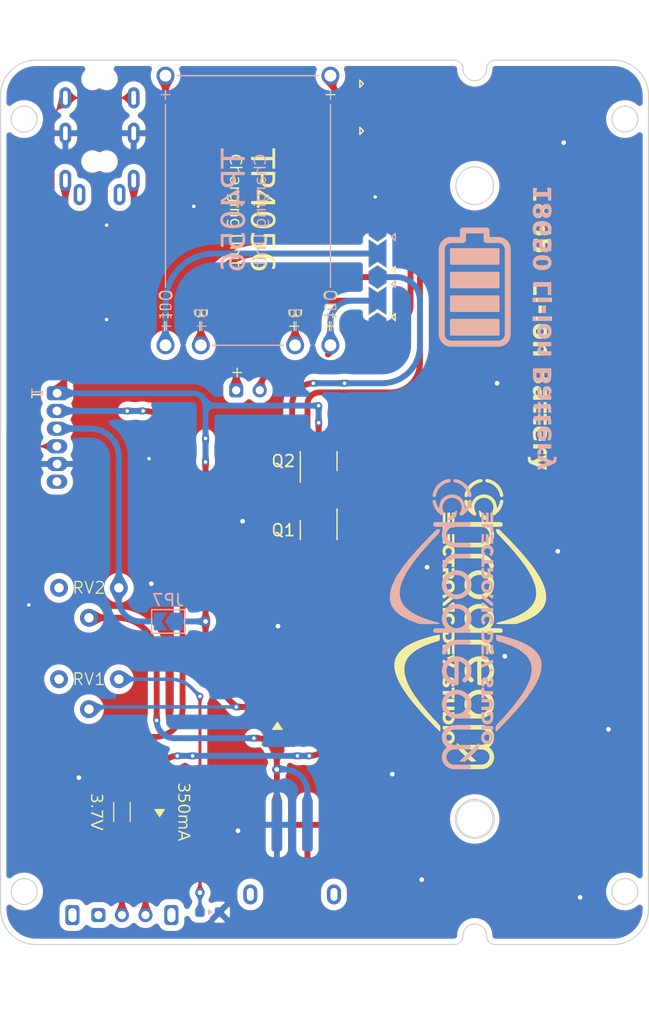
<source format=kicad_pcb>
(kicad_pcb (version 20221018) (generator pcbnew)
  (layers (0 "F.Cu" signal) (31 "B.Cu" signal) (34 "B.Paste" user) (35 "F.Paste" user) (36 "B.SilkS" user "B.Silkscreen") (37 "F.SilkS" user "F.Silkscreen") (38 "B.Mask" user) (39 "F.Mask" user) (44 "Edge.Cuts" user))
  (net 0 "")
  (net 1 "/Charging")
  (net 2 "GND")
  (net 3 "+5V")
  (net 4 "Net-(D3-A)")
  (net 5 "Net-(SW1-B)")
  (net 6 "/Bat+")
  (net 7 "/data")
  (net 10 "/FlexLED")
  (net 12 "/B+")
  (net 13 "/B-")
  (net 16 "/OUT+")
  (net 17 "/IN+")
  (net 18 "Net-(JP1-C)")
  (net 19 "Net-(JP2-C)")
  (net 20 "Net-(JP3-C)")
  (net 21 "Net-(JP4-C)")
  (net 22 "Net-(JP6-C)")
  (net 23 "Net-(D1-K)")
  (net 24 "Net-(D1-A)")
  (net 25 "Net-(JP5-C)")
  (footprint "Ultramarine-2:SOD-123" (layer "F.Cu") (at 148.5 106.55)
    (fp_text reference "D2" hide)
    (fp_text value "D" hide)
    (pad "1" smd roundrect (at 0 -1.7 270) (size 1.2 1.2) (layers "F.Cu" "F.Paste" "F.Mask") (net 3 "+5V"))
    (pad "2" smd roundrect (at 0 1.7 270) (size 1.2 1.2) (layers "F.Cu" "F.Paste" "F.Mask") (net 1 "/Charging"))
  )
  (footprint "Ultramarine-2:LED1608" (layer "F.Cu") (at 142.75 122.25 180)
    (fp_text reference "D3" hide)
    (fp_text value "Power (WH)")
    (pad "1" smd roundrect (at -0.825 0 180) (size 0.8 0.8) (layers "F.Cu" "F.Paste" "F.Mask") (net 2 "GND"))
    (pad "1" smd roundrect (at -0.825 0 180) (size 0.8 0.8) (layers "B.Cu" "B.Paste" "B.Mask") (net 2 "GND"))
    (pad "2" smd roundrect (at 0.825 0 180) (size 0.8 0.8) (layers "F.Cu" "F.Paste" "F.Mask") (net 4 "Net-(D3-A)"))
    (pad "2" smd roundrect (at 0.825 0 180) (size 0.8 0.8) (layers "B.Cu" "B.Paste" "B.Mask") (net 4 "Net-(D3-A)"))
  )
  (footprint "Ultramarine-2:TP4056" (layer "F.Cu") (at 146 62.75)
    (fp_text reference "U1" hide)
    (fp_text value "~")
    (fp_text user "TP4056" (at 1.1 0 270 unlocked) (layer "F.SilkS") (effects (font (size 2 2) (thickness 0.1))))
    (fp_text user "Out-" (at -7 10.5 270 unlocked) (layer "F.SilkS") (effects (font (thickness 0.1)) (justify right)))
    (fp_text user "Charging Unit" (at -1.1 0 270 unlocked) (layer "F.SilkS") (effects (font (thickness 0.1))))
    (fp_text user "-" (at -6.93 -9.8 270 unlocked) (layer "F.SilkS") (effects (font (thickness 0.1))))
    (fp_text user "B-" (at -4 10.5 270 unlocked) (layer "F.SilkS") (effects (font (thickness 0.1)) (justify right)))
    (fp_text user "Out+" (at 7 10.5 270 unlocked) (layer "F.SilkS") (effects (font (thickness 0.1)) (justify right)))
    (fp_text user "B+" (at 4 10.5 270 unlocked) (layer "F.SilkS") (effects (font (thickness 0.1)) (justify right)))
    (fp_text user "+" (at 7 -9.9 unlocked) (layer "F.SilkS") (effects (font (thickness 0.1))))
    (pad "1" thru_hole circle (at 7 -11.43) (size 1.524 1.524) (drill 1) (layers "*.Cu" "*.Mask") (net 19 "Net-(JP2-C)"))
    (pad "2" thru_hole circle (at -7 -11.43) (size 1.524 1.524) (drill 1) (layers "*.Cu" "*.Mask") (net 25 "Net-(JP5-C)"))
    (pad "3" thru_hole circle (at 7 11.43) (size 1.524 1.524) (drill 1) (layers "*.Cu" "*.Mask") (net 22 "Net-(JP6-C)"))
    (pad "4" thru_hole circle (at 4 11.43) (size 1.524 1.524) (drill 1) (layers "*.Cu" "*.Mask") (net 18 "Net-(JP1-C)"))
    (pad "5" thru_hole circle (at -4 11.43) (size 1.524 1.524) (drill 1) (layers "*.Cu" "*.Mask") (net 20 "Net-(JP3-C)"))
    (pad "6" thru_hole circle (at -7 11.43) (size 1.524 1.524) (drill 1) (layers "*.Cu" "*.Mask") (net 21 "Net-(JP4-C)"))
  )
  (footprint "Ultramarine-2:SOD-123" (layer "F.Cu") (at 138.5 113.75 180)
    (fp_text reference "D1" hide)
    (fp_text value "-0.7V" hide)
    (pad "1" smd roundrect (at 0 -1.7 90) (size 1.2 1.2) (layers "F.Cu" "F.Paste" "F.Mask") (net 23 "Net-(D1-K)"))
    (pad "2" smd roundrect (at 0 1.7 90) (size 1.2 1.2) (layers "F.Cu" "F.Paste" "F.Mask") (net 24 "Net-(D1-A)"))
  )
  (footprint "Ultramarine-2:MF-NSMF" (layer "F.Cu") (at 135.3 113.75 90)
    (fp_text reference "F1" hide)
    (fp_text value "350mA")
    (fp_text user "3.7V" (at 0 -2.2 270 unlocked) (layer "F.SilkS") (effects (font (thickness 0.1))))
    (fp_text user "350mA" (at 0 5.2 270 unlocked) (layer "F.SilkS") (effects (font (thickness 0.1))))
    (pad "1" smd roundrect (at -1.5 0 90) (size 1 1.6) (layers "F.Cu" "F.Paste" "F.Mask") (net 5 "Net-(SW1-B)"))
    (pad "2" smd roundrect (at 1.5 0 90) (size 1 1.6) (layers "F.Cu" "F.Paste" "F.Mask") (net 6 "/Bat+"))
  )
  (footprint "Ultramarine-2:Jumper 3pin" (layer "F.Cu") (at 157 70.4 90)
    (fp_text reference "JP1" hide)
    (fp_text value "OUT+ Jumper")
    (pad "1" smd custom (at -2 0 90) (size 0.3 0.3) (layers "F.Cu" "F.Mask") (net 13 "/B-") (options (clearance outline) (anchor rect)) (primitives (gr_poly (pts (xy 1 0) (xy 0.5 0.75) (xy -0.5 0.75) (xy -0.5 -0.75) (xy 0.5 -0.75)) (width 0) (fill yes))))
    (pad "2" smd custom (at 0 0 90) (size 0.3 0.3) (layers "F.Cu") (net 18 "Net-(JP1-C)") (options (clearance outline) (anchor rect)) (primitives (gr_poly (pts (xy 0.7 0) (xy 1.2 0.75) (xy -1.2 0.75) (xy -0.7 0) (xy -1.2 -0.75) (xy 1.2 -0.75)) (width 0) (fill yes))))
    (pad "3" smd custom (at 2 0 270) (size 0.3 0.3) (layers "F.Cu" "F.Mask") (net 12 "/B+") (options (clearance outline) (anchor rect)) (primitives (gr_poly (pts (xy 1 0) (xy 0.5 0.75) (xy -0.5 0.75) (xy -0.5 -0.75) (xy 0.5 -0.75)) (width 0) (fill yes))))
  )
  (footprint "Ultramarine-2:Micro_USB_Charging" (layer "F.Cu") (at 149.75 120.75)
    (fp_text reference "BT2" hide)
    (fp_text value "Qi Charging Unit")
    (pad "" thru_hole oval (at -3.55 0) (size 1.2 1.7) (drill oval 0.6 1.1) (layers "*.Cu" "*.Mask"))
    (pad "" thru_hole oval (at 3.55 0) (size 1.2 1.7) (drill oval 0.6 1.1) (layers "*.Cu" "*.Mask"))
    (pad "1" smd roundrect (at -1.3 -5.9) (size 0.9 4.5) (layers "F.Cu" "F.Mask") (net 1 "/Charging"))
    (pad "1" smd roundrect (at 1.3 -5.9) (size 0.9 4.5) (layers "B.Cu" "B.Mask") (net 1 "/Charging"))
    (pad "2" smd roundrect (at -1.3 -5.9) (size 0.9 4.5) (layers "B.Cu" "B.Mask") (net 2 "GND"))
    (pad "2" smd roundrect (at 1.3 -5.9) (size 0.9 4.5) (layers "F.Cu" "F.Mask") (net 2 "GND"))
  )
  (footprint "Ultramarine-2:SK-12D11VG3" (layer "F.Cu") (at 135.3 122.5)
    (fp_text reference "SW1" hide)
    (fp_text value "Slide")
    (pad "" thru_hole roundrect (at -4.2 0) (size 1.2 1.7) (drill oval 0.7 1.2) (layers "*.Cu" "*.Mask"))
    (pad "" thru_hole roundrect (at 4.2 0) (size 1.2 1.7) (drill oval 0.7 1.2) (layers "*.Cu" "*.Mask"))
    (pad "1" thru_hole roundrect (at -2 0) (size 1.2 1.2) (drill 0.7) (layers "*.Cu" "*.Mask"))
    (pad "2" thru_hole circle (at 0 0) (size 1.2 1.2) (drill 0.7) (layers "*.Cu" "*.Mask") (net 5 "Net-(SW1-B)"))
    (pad "3" thru_hole circle (at 2 0) (size 1.2 1.2) (drill 0.7) (layers "*.Cu" "*.Mask") (net 23 "Net-(D1-K)"))
  )
  (footprint "Ultramarine-2:R_variable" (layer "F.Cu") (at 132.5 102.5)
    (fp_text reference "RV1" (at 0 0 unlocked) (layer "F.SilkS") (effects (font (thickness 0.1))))
    (fp_text value "10K")
    (pad "1" thru_hole circle (at -2.54 0) (size 1.524 1.524) (drill 0.8) (layers "*.Cu" "*.Mask"))
    (pad "2" thru_hole circle (at 0 2.54) (size 1.524 1.524) (drill 0.8) (layers "*.Cu" "*.Mask") (net 3 "+5V"))
    (pad "3" thru_hole circle (at 2.54 0) (size 1.524 1.524) (drill 0.8) (layers "*.Cu" "*.Mask") (net 4 "Net-(D3-A)"))
  )
  (footprint "Package_TO_SOT_SMD:SOT-23-3" (layer "F.Cu") (at 152 84 90)
    (fp_text reference "Q2" (at 0 -3) (layer "F.SilkS"))
    (fp_text value "SSM3J332R")
    (pad "1" smd roundrect (at -1.1375 -0.95 90) (size 1.325 0.6) (layers "F.Cu" "F.Paste" "F.Mask") (net 17 "/IN+"))
    (pad "2" smd roundrect (at -1.1375 0.95 90) (size 1.325 0.6) (layers "F.Cu" "F.Paste" "F.Mask") (net 24 "Net-(D1-A)"))
    (pad "3" smd roundrect (at 1.1375 0 90) (size 1.325 0.6) (layers "F.Cu" "F.Paste" "F.Mask") (net 3 "+5V"))
  )
  (footprint "Package_TO_SOT_SMD:SOT-23-3" (layer "F.Cu") (at 152 89.8625 -90)
    (fp_text reference "Q1" (at 0 3) (layer "F.SilkS"))
    (fp_text value "SSM3J332R")
    (pad "1" smd roundrect (at -1.1375 -0.95 270) (size 1.325 0.6) (layers "F.Cu" "F.Paste" "F.Mask") (net 24 "Net-(D1-A)"))
    (pad "2" smd roundrect (at -1.1375 0.95 270) (size 1.325 0.6) (layers "F.Cu" "F.Paste" "F.Mask") (net 17 "/IN+"))
    (pad "3" smd roundrect (at 1.1375 0 270) (size 1.325 0.6) (layers "F.Cu" "F.Paste" "F.Mask") (net 16 "/OUT+"))
  )
  (footprint "Ultramarine-2:Chrodream_logo" (layer "F.Cu") (at 165.2 97.91 -90)
    (fp_text reference "G***" hide)
    (fp_text value "LOGO" hide)
  )
  (footprint "Ultramarine-2:MJ-4PP-9" (layer "F.Cu") (at 134 50)
    (fp_text reference "J2" hide)
    (fp_text value "TRRS")
    (pad "" np_thru_hole circle (at -1.2 1.6) (size 1.4 1.4) (drill 1.4) (layers "F&B.Cu" "*.Mask"))
    (pad "" np_thru_hole circle (at -1.2 8.6) (size 1.4 1.4) (drill 1.4) (layers "F&B.Cu" "*.Mask"))
    (pad "" np_thru_hole circle (at 0 1.6) (size 1.4 1.4) (drill 1.4) (layers "F&B.Cu" "*.Mask"))
    (pad "" np_thru_hole circle (at 0 8.6) (size 1.4 1.4) (drill 1.4) (layers "F&B.Cu" "*.Mask"))
    (pad "1" thru_hole oval (at -2.3 11.4) (size 1 1.8) (drill oval 0.4 1.2) (layers "*.Cu" "*.Mask"))
    (pad "1" thru_hole oval (at 1.1 11.4) (size 1 1.8) (drill oval 0.4 1.2) (layers "*.Cu" "*.Mask"))
    (pad "2" thru_hole oval (at -3.5 10.2) (size 1 1.8) (drill oval 0.4 1.2) (layers "*.Cu" "*.Mask") (net 3 "+5V"))
    (pad "2" thru_hole oval (at 2.3 10.2) (size 1 1.8) (drill oval 0.4 1.2) (layers "*.Cu" "*.Mask") (net 3 "+5V"))
    (pad "3" thru_hole oval (at -3.5 6.2) (size 1 1.8) (drill oval 0.4 1.2) (layers "*.Cu" "*.Mask") (net 2 "GND"))
    (pad "3" thru_hole oval (at 2.3 6.2) (size 1 1.8) (drill oval 0.4 1.2) (layers "*.Cu" "*.Mask") (net 2 "GND"))
    (pad "4" thru_hole oval (at -3.5 3.2) (size 1 1.8) (drill oval 0.4 1.2) (layers "*.Cu" "*.Mask") (net 7 "/data"))
    (pad "4" thru_hole oval (at 2.3 3.2) (size 1 1.8) (drill oval 0.4 1.2) (layers "*.Cu" "*.Mask") (net 7 "/data"))
  )
  (footprint "Ultramarine-2:Jumper 3pin" (layer "F.Cu") (at 156.995 53.4 -90)
    (fp_text reference "JP2" hide)
    (fp_text value "IN+ Jumper")
    (pad "1" smd custom (at -2 0 270) (size 0.3 0.3) (layers "F.Cu" "F.Mask") (net 2 "GND") (options (clearance outline) (anchor rect)) (primitives (gr_poly (pts (xy 1 0) (xy 0.5 0.75) (xy -0.5 0.75) (xy -0.5 -0.75) (xy 0.5 -0.75)) (width 0) (fill yes))))
    (pad "2" smd custom (at 0 0 270) (size 0.3 0.3) (layers "F.Cu") (net 19 "Net-(JP2-C)") (options (clearance outline) (anchor rect)) (primitives (gr_poly (pts (xy 0.7 0) (xy 1.2 0.75) (xy -1.2 0.75) (xy -0.7 0) (xy -1.2 -0.75) (xy 1.2 -0.75)) (width 0) (fill yes))))
    (pad "3" smd custom (at 2 0 90) (size 0.3 0.3) (layers "F.Cu" "F.Mask") (net 17 "/IN+") (options (clearance outline) (anchor rect)) (primitives (gr_poly (pts (xy 1 0) (xy 0.5 0.75) (xy -0.5 0.75) (xy -0.5 -0.75) (xy 0.5 -0.75)) (width 0) (fill yes))))
  )
  (footprint "Ultramarine-2:Battery" (layer "F.Cu") (at 146 78)
    (fp_text reference "BT1" hide)
    (fp_text value "LiPo/18650")
    (fp_text user "+" (at -1.6 -1 unlocked) (layer "F.SilkS") (effects (font (thickness 0.1)) (justify left bottom)))
    (pad "1" thru_hole roundrect (at -1 0) (size 1.2 1.2) (drill 0.7) (layers "*.Cu" "*.Mask") (net 12 "/B+"))
    (pad "2" thru_hole circle (at 1 0) (size 1.2 1.2) (drill 0.7) (layers "*.Cu" "*.Mask") (net 13 "/B-"))
  )
  (footprint "Ultramarine-2:JST_ZH_6" (layer "F.Cu") (at 129.8 82 -90)
    (fp_text reference "J1" hide)
    (fp_text value "Generic_connector" hide)
    (fp_text user "1" (at -3.4 2.37 -90 unlocked) (layer "B.SilkS") (effects (font (thickness 0.1)) (justify left bottom mirror)))
    (fp_text user "1" (at -4.1 2.37 -90 unlocked) (layer "F.SilkS") (effects (font (thickness 0.1)) (justify left bottom)))
    (pad "1" thru_hole roundrect (at -3.75 0 270) (size 1.2 1.75) (drill 0.75) (layers "*.Cu" "*.Mask") (net 3 "+5V"))
    (pad "2" thru_hole oval (at -2.25 0.02 270) (size 1.2 1.75) (drill 0.75) (layers "*.Cu" "*.Mask") (net 6 "/Bat+"))
    (pad "3" thru_hole oval (at -0.75 0 270) (size 1.2 1.75) (drill 0.75) (layers "*.Cu" "*.Mask") (net 10 "/FlexLED"))
    (pad "4" thru_hole oval (at 0.75 0.02 270) (size 1.2 1.75) (drill 0.75) (layers "*.Cu" "*.Mask") (net 7 "/data"))
    (pad "5" thru_hole oval (at 2.25 0 270) (size 1.2 1.75) (drill 0.75) (layers "*.Cu" "*.Mask") (net 2 "GND"))
    (pad "6" thru_hole oval (at 3.75 0.02 270) (size 1.2 1.75) (drill 0.75) (layers "*.Cu" "*.Mask"))
  )
  (footprint "Ultramarine-2:Jumper 3pin" (layer "F.Cu") (at 157 57.4 -90)
    (fp_text reference "JP5" hide)
    (fp_text value "~")
    (pad "1" smd custom (at -2 0 270) (size 0.3 0.3) (layers "F.Cu" "F.Mask") (net 17 "/IN+") (options (clearance outline) (anchor rect)) (primitives (gr_poly (pts (xy 1 0) (xy 0.5 0.75) (xy -0.5 0.75) (xy -0.5 -0.75) (xy 0.5 -0.75)) (width 0) (fill yes))))
    (pad "2" smd custom (at 0 0 270) (size 0.3 0.3) (layers "F.Cu") (net 25 "Net-(JP5-C)") (options (clearance outline) (anchor rect)) (primitives (gr_poly (pts (xy 0.7 0) (xy 1.2 0.75) (xy -1.2 0.75) (xy -0.7 0) (xy -1.2 -0.75) (xy 1.2 -0.75)) (width 0) (fill yes))))
    (pad "3" smd custom (at 2 0 90) (size 0.3 0.3) (layers "F.Cu" "F.Mask") (net 2 "GND") (options (clearance outline) (anchor rect)) (primitives (gr_poly (pts (xy 1 0) (xy 0.5 0.75) (xy -0.5 0.75) (xy -0.5 -0.75) (xy 0.5 -0.75)) (width 0) (fill yes))))
  )
  (footprint "Ultramarine-2:Jumper 3pin" (layer "F.Cu") (at 157 66.4 90)
    (fp_text reference "JP3" hide)
    (fp_text value "~")
    (pad "1" smd custom (at -2 0 90) (size 0.3 0.3) (layers "F.Cu" "F.Mask") (net 12 "/B+") (options (clearance outline) (anchor rect)) (primitives (gr_poly (pts (xy 1 0) (xy 0.5 0.75) (xy -0.5 0.75) (xy -0.5 -0.75) (xy 0.5 -0.75)) (width 0) (fill yes))))
    (pad "2" smd custom (at 0 0 90) (size 0.3 0.3) (layers "F.Cu") (net 20 "Net-(JP3-C)") (options (clearance outline) (anchor rect)) (primitives (gr_poly (pts (xy 0.7 0) (xy 1.2 0.75) (xy -1.2 0.75) (xy -0.7 0) (xy -1.2 -0.75) (xy 1.2 -0.75)) (width 0) (fill yes))))
    (pad "3" smd custom (at 2 0 270) (size 0.3 0.3) (layers "F.Cu" "F.Mask") (net 13 "/B-") (options (clearance outline) (anchor rect)) (primitives (gr_poly (pts (xy 1 0) (xy 0.5 0.75) (xy -0.5 0.75) (xy -0.5 -0.75) (xy 0.5 -0.75)) (width 0) (fill yes))))
  )
  (footprint "Ultramarine-2:R_variable" (layer "F.Cu") (at 132.5 94.75)
    (fp_text reference "RV2" (at 0 0 unlocked) (layer "F.SilkS") (effects (font (thickness 0.1))))
    (fp_text value "10K")
    (pad "1" thru_hole circle (at -2.54 0) (size 1.524 1.524) (drill 0.8) (layers "*.Cu" "*.Mask"))
    (pad "2" thru_hole circle (at 0 2.54) (size 1.524 1.524) (drill 0.8) (layers "*.Cu" "*.Mask") (net 1 "/Charging"))
    (pad "3" thru_hole circle (at 2.54 0) (size 1.524 1.524) (drill 0.8) (layers "*.Cu" "*.Mask") (net 10 "/FlexLED"))
  )
  (footprint "Ultramarine-2:Chrodream_logo" (layer "B.Cu") (at 164.15 97.912077 -90)
    (fp_text reference "G***" hide)
    (fp_text value "LOGO" hide)
  )
  (footprint "Ultramarine-2:Jumper 3pin" (layer "B.Cu") (at 157 70.4 -90)
    (fp_text reference "JP6" hide)
    (fp_text value "~")
    (pad "1" smd custom (at -2 0 270) (size 0.3 0.3) (layers "B.Cu" "B.Mask") (net 16 "/OUT+") (options (clearance outline) (anchor rect)) (primitives (gr_poly (pts (xy 1 0) (xy 0.5 -0.75) (xy -0.5 -0.75) (xy -0.5 0.75) (xy 0.5 0.75)) (width 0) (fill yes))))
    (pad "2" smd custom (at 0 0 270) (size 0.3 0.3) (layers "B.Cu") (net 22 "Net-(JP6-C)") (options (clearance outline) (anchor rect)) (primitives (gr_poly (pts (xy 0.7 0) (xy 1.2 -0.75) (xy -1.2 -0.75) (xy -0.7 0) (xy -1.2 0.75) (xy 1.2 0.75)) (width 0) (fill yes))))
    (pad "3" smd custom (at 2 0 90) (size 0.3 0.3) (layers "B.Cu" "B.Mask") (net 2 "GND") (options (clearance outline) (anchor rect)) (primitives (gr_poly (pts (xy 1 0) (xy 0.5 -0.75) (xy -0.5 -0.75) (xy -0.5 0.75) (xy 0.5 0.75)) (width 0) (fill yes))))
  )
  (footprint "Ultramarine-2:TP4056" (layer "B.Cu") (at 146 62.75 180)
    (fp_text reference "U2" hide)
    (fp_text value "~")
    (fp_text user "+" (at 7 9.9 unlocked) (layer "B.SilkS") (effects (font (thickness 0.1)) (justify mirror)))
    (fp_text user "B-" (at -4 -10.5 90 unlocked) (layer "B.SilkS") (effects (font (thickness 0.1)) (justify right mirror)))
    (fp_text user "-" (at -6.93 9.8 90 unlocked) (layer "B.SilkS") (effects (font (thickness 0.1)) (justify mirror)))
    (fp_text user "TP4056" (at 1.1 0 90 unlocked) (layer "B.SilkS") (effects (font (size 2 2) (thickness 0.1)) (justify mirror)))
    (fp_text user "Out-" (at -7 -10.5 90 unlocked) (layer "B.SilkS") (effects (font (thickness 0.1)) (justify right mirror)))
    (fp_text user "B+" (at 4 -10.5 90 unlocked) (layer "B.SilkS") (effects (font (thickness 0.1)) (justify right mirror)))
    (fp_text user "Charging Unit" (at -1.1 0 90 unlocked) (layer "B.SilkS") (effects (font (thickness 0.1)) (justify mirror)))
    (fp_text user "Out+" (at 7 -10.5 90 unlocked) (layer "B.SilkS") (effects (font (thickness 0.1)) (justify right mirror)))
    (pad "1" thru_hole circle (at 7 11.43 180) (size 1.524 1.524) (drill 1) (layers "*.Cu" "*.Mask") (net 25 "Net-(JP5-C)"))
    (pad "2" thru_hole circle (at -7 11.43 180) (size 1.524 1.524) (drill 1) (layers "*.Cu" "*.Mask") (net 19 "Net-(JP2-C)"))
    (pad "3" thru_hole circle (at 7 -11.43 180) (size 1.524 1.524) (drill 1) (layers "*.Cu" "*.Mask") (net 21 "Net-(JP4-C)"))
    (pad "4" thru_hole circle (at 4 -11.43 180) (size 1.524 1.524) (drill 1) (layers "*.Cu" "*.Mask") (net 20 "Net-(JP3-C)"))
    (pad "5" thru_hole circle (at -4 -11.43 180) (size 1.524 1.524) (drill 1) (layers "*.Cu" "*.Mask") (net 18 "Net-(JP1-C)"))
    (pad "6" thru_hole circle (at -7 -11.43 180) (size 1.524 1.524) (drill 1) (layers "*.Cu" "*.Mask") (net 22 "Net-(JP6-C)"))
  )
  (footprint "Jumper:SolderJumper-2_P1.3mm_Open_TrianglePad1.0x1.5mm" (layer "B.Cu") (at 139.225 97.6 180)
    (fp_text reference "JP7" (at 0 1.8) (layer "B.SilkS") (effects (justify mirror)))
    (fp_text value "Enable_battery_less_mode")
    (pad "1" smd custom (at -0.725 0 180) (size 0.3 0.3) (layers "B.Cu" "B.Mask") (net 3 "+5V") (options (clearance outline) (anchor rect)) (primitives (gr_poly (pts (xy 1 0) (xy 0.5 -0.75) (xy -0.5 -0.75) (xy -0.5 0.75) (xy 0.5 0.75)) (width 0) (fill yes))))
    (pad "2" smd custom (at 0.725 0 180) (size 0.3 0.3) (layers "B.Cu" "B.Mask") (net 10 "/FlexLED") (options (clearance outline) (anchor rect)) (primitives (gr_poly (pts (xy 0.5 -0.75) (xy -0.65 -0.75) (xy -0.15 0) (xy -0.65 0.75) (xy 0.5 0.75)) (width 0) (fill yes))))
  )
  (footprint "Ultramarine-2:Jumper 3pin" (layer "B.Cu") (at 157 66.4 -90)
    (fp_text reference "JP4" hide)
    (fp_text value "~")
    (pad "1" smd custom (at -2 0 270) (size 0.3 0.3) (layers "B.Cu" "B.Mask") (net 2 "GND") (options (clearance outline) (anchor rect)) (primitives (gr_poly (pts (xy 1 0) (xy 0.5 -0.75) (xy -0.5 -0.75) (xy -0.5 0.75) (xy 0.5 0.75)) (width 0) (fill yes))))
    (pad "2" smd custom (at 0 0 270) (size 0.3 0.3) (layers "B.Cu") (net 21 "Net-(JP4-C)") (options (clearance outline) (anchor rect)) (primitives (gr_poly (pts (xy 0.7 0) (xy 1.2 -0.75) (xy -1.2 -0.75) (xy -0.7 0) (xy -1.2 0.75) (xy 1.2 0.75)) (width 0) (fill yes))))
    (pad "3" smd custom (at 2 0 90) (size 0.3 0.3) (layers "B.Cu" "B.Mask") (net 16 "/OUT+") (options (clearance outline) (anchor rect)) (primitives (gr_poly (pts (xy 1 0) (xy 0.5 -0.75) (xy -0.5 -0.75) (xy -0.5 0.75) (xy 0.5 0.75)) (width 0) (fill yes))))
  )
  (gr_line (start 163.25 72.85) (end 167.25 72.85) (stroke (width 0.2)) (layer "B.SilkS"))
  (gr_line (start 163.25 72.45) (end 167.25 72.45) (stroke (width 0.2)) (layer "B.SilkS"))
  (gr_line (start 163.25 74.05) (end 167.25 74.050002) (stroke (width 0.5)) (layer "B.SilkS"))
  (gr_line (start 163.25 73.25) (end 163.25 72.05) (stroke (width 0.2)) (layer "B.SilkS"))
  (gr_line (start 163.25 68.05) (end 167.25 68.05) (stroke (width 0.2)) (layer "B.SilkS"))
  (gr_line (start 162.45 66.05) (end 162.45 73.25) (stroke (width 0.5)) (layer "B.SilkS"))
  (gr_line (start 167.25 73.25) (end 167.25 72.05) (stroke (width 0.2)) (layer "B.SilkS"))
  (gr_line (start 163.25 71.05) (end 167.25 71.05) (stroke (width 0.2)) (layer "B.SilkS"))
  (gr_line (start 163.25 70.25) (end 167.25 70.25) (stroke (width 0.2)) (layer "B.SilkS"))
  (gr_arc (start 162.45 66.05) (mid 162.684315 65.484315) (end 163.25 65.25) (stroke (width 0.5)) (layer "B.SilkS"))
  (gr_line (start 163.25 70.65) (end 167.25 70.65) (stroke (width 0.2)) (layer "B.SilkS"))
  (gr_line (start 163.25 72.65) (end 167.25 72.65) (stroke (width 0.2)) (layer "B.SilkS"))
  (gr_arc (start 167.25 65.25) (mid 167.815685 65.484315) (end 168.05 66.05) (stroke (width 0.5)) (layer "B.SilkS"))
  (gr_line (start 163.25 68.45) (end 167.25 68.45) (stroke (width 0.2)) (layer "B.SilkS"))
  (gr_line (start 163.25 68.25) (end 167.25 68.25) (stroke (width 0.2)) (layer "B.SilkS"))
  (gr_line (start 163.25 70.45) (end 167.25 70.45) (stroke (width 0.2)) (layer "B.SilkS"))
  (gr_line (start 164.25 65.25) (end 163.25 65.25) (stroke (width 0.5)) (layer "B.SilkS"))
  (gr_line (start 163.25 66.65) (end 167.25 66.65) (stroke (width 0.2)) (layer "B.SilkS"))
  (gr_line (start 163.25 73.25) (end 167.25 73.25) (stroke (width 0.2)) (layer "B.SilkS"))
  (gr_line (start 163.25 68.65) (end 167.25 68.65) (stroke (width 0.2)) (layer "B.SilkS"))
  (gr_line (start 163.25 66.45) (end 167.25 66.45) (stroke (width 0.2)) (layer "B.SilkS"))
  (gr_line (start 163.25 70.85) (end 167.25 70.85) (stroke (width 0.2)) (layer "B.SilkS"))
  (gr_line (start 163.25 66.25) (end 167.25 66.25) (stroke (width 0.2)) (layer "B.SilkS"))
  (gr_line (start 166.25 65.25) (end 166.25 64.45) (stroke (width 0.5)) (layer "B.SilkS"))
  (gr_arc (start 168.05 73.25) (mid 167.815686 73.815687) (end 167.25 74.050002) (stroke (width 0.5)) (layer "B.SilkS"))
  (gr_line (start 163.25 71.25) (end 163.25 70.05) (stroke (width 0.2)) (layer "B.SilkS"))
  (gr_line (start 163.25 68.85) (end 167.25 68.85) (stroke (width 0.2)) (layer "B.SilkS"))
  (gr_line (start 163.25 67.25) (end 163.25 66.05) (stroke (width 0.2)) (layer "B.SilkS"))
  (gr_line (start 163.25 72.05) (end 167.25 72.05) (stroke (width 0.2)) (layer "B.SilkS"))
  (gr_line (start 166.25 65.25) (end 167.25 65.25) (stroke (width 0.5)) (layer "B.SilkS"))
  (gr_line (start 164.25 64.45) (end 164.25 65.25) (stroke (width 0.5)) (layer "B.SilkS"))
  (gr_line (start 163.25 66.05) (end 167.25 66.05) (stroke (width 0.2)) (layer "B.SilkS"))
  (gr_line (start 168.05 73.25) (end 168.05 66.05) (stroke (width 0.5)) (layer "B.SilkS"))
  (gr_arc (start 163.25 74.05) (mid 162.684315 73.815685) (end 162.45 73.25) (stroke (width 0.5)) (layer "B.SilkS"))
  (gr_line (start 163.25 70.05) (end 167.25 70.05) (stroke (width 0.2)) (layer "B.SilkS"))
  (gr_line (start 167.25 71.25) (end 167.25 70.05) (stroke (width 0.2)) (layer "B.SilkS"))
  (gr_line (start 163.25 73.05) (end 167.25 73.05) (stroke (width 0.2)) (layer "B.SilkS"))
  (gr_line (start 166.25 64.45) (end 164.25 64.45) (stroke (width 0.5)) (layer "B.SilkS"))
  (gr_line (start 163.25 67.25) (end 167.25 67.25) (stroke (width 0.2)) (layer "B.SilkS"))
  (gr_line (start 163.25 71.25) (end 167.25 71.25) (stroke (width 0.2)) (layer "B.SilkS"))
  (gr_line (start 163.25 72.25) (end 167.25 72.25) (stroke (width 0.2)) (layer "B.SilkS"))
  (gr_line (start 167.25 67.25) (end 167.25 66.05) (stroke (width 0.2)) (layer "B.SilkS"))
  (gr_line (start 163.25 67.05) (end 167.25 67.05) (stroke (width 0.2)) (layer "B.SilkS"))
  (gr_line (start 167.25 69.25) (end 167.25 68.05) (stroke (width 0.2)) (layer "B.SilkS"))
  (gr_line (start 163.25 66.85) (end 167.25 66.85) (stroke (width 0.2)) (layer "B.SilkS"))
  (gr_line (start 163.25 69.25) (end 167.25 69.25) (stroke (width 0.2)) (layer "B.SilkS"))
  (gr_line (start 163.25 69.25) (end 163.25 68.05) (stroke (width 0.2)) (layer "B.SilkS"))
  (gr_line (start 163.25 69.05) (end 167.25 69.05) (stroke (width 0.2)) (layer "B.SilkS"))
  (gr_line (start 163.25 70.45) (end 167.25 70.45) (stroke (width 0.2)) (layer "F.SilkS"))
  (gr_line (start 163.25 67.05) (end 167.25 67.05) (stroke (width 0.2)) (layer "F.SilkS"))
  (gr_line (start 163.25 70.85) (end 167.25 70.85) (stroke (width 0.2)) (layer "F.SilkS"))
  (gr_line (start 164.25 64.45) (end 164.25 65.25) (stroke (width 0.5)) (layer "F.SilkS"))
  (gr_line (start 163.25 71.05) (end 167.25 71.05) (stroke (width 0.2)) (layer "F.SilkS"))
  (gr_line (start 163.25 66.05) (end 163.25 67.25) (stroke (width 0.2)) (layer "F.SilkS"))
  (gr_line (start 163.25 68.65) (end 167.25 68.65) (stroke (width 0.2)) (layer "F.SilkS"))
  (gr_line (start 163.25 65.25) (end 164.25 65.25) (stroke (width 0.5)) (layer "F.SilkS"))
  (gr_line (start 163.25 68.05) (end 163.25 69.25) (stroke (width 0.2)) (layer "F.SilkS"))
  (gr_line (start 163.25 72.65) (end 167.25 72.65) (stroke (width 0.2)) (layer "F.SilkS"))
  (gr_line (start 163.25 72.05) (end 163.25 73.25) (stroke (width 0.2)) (layer "F.SilkS"))
  (gr_arc (start 163.25 74.050002) (mid 162.684314 73.815687) (end 162.45 73.25) (stroke (width 0.5)) (layer "F.SilkS"))
  (gr_line (start 163.25 66.85) (end 167.25 66.85) (stroke (width 0.2)) (layer "F.SilkS"))
  (gr_line (start 163.25 66.45) (end 167.25 66.45) (stroke (width 0.2)) (layer "F.SilkS"))
  (gr_line (start 163.25 67.25) (end 167.25 67.25) (stroke (width 0.2)) (layer "F.SilkS"))
  (gr_line (start 168.05 73.25) (end 168.05 66.05) (stroke (width 0.5)) (layer "F.SilkS"))
  (gr_line (start 163.25 70.65) (end 167.25 70.65) (stroke (width 0.2)) (layer "F.SilkS"))
  (gr_line (start 163.25 71.25) (end 167.25 71.25) (stroke (width 0.2)) (layer "F.SilkS"))
  (gr_line (start 163.25 70.25) (end 167.25 70.25) (stroke (width 0.2)) (layer "F.SilkS"))
  (gr_line (start 167.25 68.05) (end 167.25 69.25) (stroke (width 0.2)) (layer "F.SilkS"))
  (gr_line (start 163.25 66.05) (end 167.25 66.05) (stroke (width 0.2)) (layer "F.SilkS"))
  (gr_line (start 162.45 66.05) (end 162.45 73.25) (stroke (width 0.5)) (layer "F.SilkS"))
  (gr_line (start 167.25 72.05) (end 167.25 73.25) (stroke (width 0.2)) (layer "F.SilkS"))
  (gr_line (start 163.25 69.25) (end 167.25 69.25) (stroke (width 0.2)) (layer "F.SilkS"))
  (gr_arc (start 168.05 73.25) (mid 167.815685 73.815685) (end 167.25 74.05) (stroke (width 0.5)) (layer "F.SilkS"))
  (gr_line (start 163.25 69.05) (end 167.25 69.05) (stroke (width 0.2)) (layer "F.SilkS"))
  (gr_line (start 163.25 68.85) (end 167.25 68.85) (stroke (width 0.2)) (layer "F.SilkS"))
  (gr_line (start 166.25 64.45) (end 164.25 64.45) (stroke (width 0.5)) (layer "F.SilkS"))
  (gr_line (start 163.25 70.05) (end 167.25 70.05) (stroke (width 0.2)) (layer "F.SilkS"))
  (gr_line (start 163.25 66.25) (end 167.25 66.25) (stroke (width 0.2)) (layer "F.SilkS"))
  (gr_line (start 163.25 72.05) (end 167.25 72.05) (stroke (width 0.2)) (layer "F.SilkS"))
  (gr_line (start 163.25 73.25) (end 167.25 73.25) (stroke (width 0.2)) (layer "F.SilkS"))
  (gr_arc (start 167.25 65.25) (mid 167.815685 65.484315) (end 168.05 66.05) (stroke (width 0.5)) (layer "F.SilkS"))
  (gr_line (start 167.25 70.05) (end 167.25 71.25) (stroke (width 0.2)) (layer "F.SilkS"))
  (gr_line (start 163.25 72.25) (end 167.25 72.25) (stroke (width 0.2)) (layer "F.SilkS"))
  (gr_line (start 163.25 66.65) (end 167.25 66.65) (stroke (width 0.2)) (layer "F.SilkS"))
  (gr_line (start 163.25 73.05) (end 167.25 73.05) (stroke (width 0.2)) (layer "F.SilkS"))
  (gr_line (start 163.25 68.45) (end 167.25 68.45) (stroke (width 0.2)) (layer "F.SilkS"))
  (gr_line (start 163.25 72.45) (end 167.25 72.45) (stroke (width 0.2)) (layer "F.SilkS"))
  (gr_line (start 167.25 66.05) (end 167.25 67.25) (stroke (width 0.2)) (layer "F.SilkS"))
  (gr_line (start 163.25 68.25) (end 167.25 68.25) (stroke (width 0.2)) (layer "F.SilkS"))
  (gr_line (start 163.25 72.85) (end 167.25 72.85) (stroke (width 0.2)) (layer "F.SilkS"))
  (gr_line (start 167.25 65.25) (end 166.25 65.25) (stroke (width 0.5)) (layer "F.SilkS"))
  (gr_line (start 166.25 65.25) (end 166.25 64.45) (stroke (width 0.5)) (layer "F.SilkS"))
  (gr_line (start 163.25 68.05) (end 167.25 68.05) (stroke (width 0.2)) (layer "F.SilkS"))
  (gr_arc (start 162.45 66.05) (mid 162.684315 65.484315) (end 163.25 65.25) (stroke (width 0.5)) (layer "F.SilkS"))
  (gr_line (start 163.25 74.050002) (end 167.25 74.05) (stroke (width 0.5)) (layer "F.SilkS"))
  (gr_line (start 163.25 70.05) (end 163.25 71.25) (stroke (width 0.2)) (layer "F.SilkS"))
  (gr_arc (start 164.25 124.25) (mid 164.03033 124.78033) (end 163.5 125) (stroke (width 0.1)) (layer "Edge.Cuts"))
  (gr_arc (start 166.25 50.75) (mid 165.25 51.75) (end 164.25 50.75) (stroke (width 0.1)) (layer "Edge.Cuts"))
  (gr_arc (start 166.25 50.75) (mid 166.46967 50.21967) (end 167 50) (stroke (width 0.1)) (layer "Edge.Cuts"))
  (gr_line (start 125 122) (end 125 53) (stroke (width 0.1)) (layer "Edge.Cuts"))
  (gr_circle (center 127 55) (end 128.1 55) (stroke (width 0.1)) (fill none) (layer "Edge.Cuts"))
  (gr_line (start 163.5 125) (end 128 125) (stroke (width 0.1)) (layer "Edge.Cuts"))
  (gr_circle (center 178 120.5) (end 179.1 120.5) (stroke (width 0.1)) (fill none) (layer "Edge.Cuts"))
  (gr_arc (start 125 53) (mid 125.87868 50.87868) (end 128 50) (stroke (width 0.1)) (layer "Edge.Cuts"))
  (gr_line (start 180 53) (end 180 122) (stroke (width 0.1)) (layer "Edge.Cuts"))
  (gr_circle (center 165.25 60.65) (end 166.85 60.65) (stroke (width 0.1)) (fill none) (layer "Edge.Cuts"))
  (gr_arc (start 164.25 124.25) (mid 165.25 123.25) (end 166.25 124.25) (stroke (width 0.1)) (layer "Edge.Cuts"))
  (gr_arc (start 128 125) (mid 125.87868 124.12132) (end 125 122) (stroke (width 0.1)) (layer "Edge.Cuts"))
  (gr_line (start 128 50) (end 163.5 50) (stroke (width 0.1)) (layer "Edge.Cuts"))
  (gr_arc (start 167 125) (mid 166.46967 124.78033) (end 166.25 124.25) (stroke (width 0.1)) (layer "Edge.Cuts"))
  (gr_arc (start 180 122) (mid 179.12132 124.12132) (end 177 125) (stroke (width 0.1)) (layer "Edge.Cuts"))
  (gr_line (start 177 50) (end 167 50) (stroke (width 0.1)) (layer "Edge.Cuts"))
  (gr_circle (center 178 55) (end 179.1 55) (stroke (width 0.1)) (fill none) (layer "Edge.Cuts"))
  (gr_circle (center 165.25 114.35) (end 166.85 114.35) (stroke (width 0.2)) (fill none) (layer "Edge.Cuts"))
  (gr_circle (center 127 120.5) (end 128.1 120.5) (stroke (width 0.1)) (fill none) (layer "Edge.Cuts"))
  (gr_arc (start 177 50) (mid 179.12132 50.87868) (end 180 53) (stroke (width 0.1)) (layer "Edge.Cuts"))
  (gr_arc (start 163.5 50) (mid 164.03033 50.21967) (end 164.25 50.75) (stroke (width 0.1)) (layer "Edge.Cuts"))
  (gr_line (start 177 125) (end 167 125) (stroke (width 0.1)) (layer "Edge.Cuts"))
  (gr_text "18650 Li-ion Battery" (at 172 60.6 90) (layer "B.SilkS") (effects (font (size 1.5 1.5) (thickness 0.3) bold) (justify left bottom mirror)))
  (gr_text "18650 Li-ion Battery" (at 169.95 60.6 -90) (layer "F.SilkS") (effects (font (size 1.5 1.5) (thickness 0.3) bold) (justify left bottom)))
  (segment (start 138.25 106) (end 138.25 100.635929) (width 0.5) (layer "F.Cu") (net 1))
  (segment (start 134.90407 97.29) (end 132.5 97.29) (width 0.5) (layer "F.Cu") (net 1))
  (segment (start 146.5 107.5) (end 146.68934 107.5) (width 0.5) (layer "F.Cu") (net 1))
  (segment (start 148.45 108.335355) (end 148.45 114.85) (width 0.5) (layer "F.Cu") (net 1))
  (via (at 146.5 107.5) (size 0.6) (drill 0.3) (layers "F.Cu" "B.Cu") (net 1))
  (via (at 148.45 110.15) (size 0.8) (drill 0.4) (layers "F.Cu" "B.Cu") (net 1))
  (via (at 138.25 106) (size 0.6) (drill 0.3) (layers "F.Cu" "B.Cu") (net 1))
  (arc (start 137.27 98.27) (mid 137.995306 99.355497) (end 138.25 100.635929) (width 0.5) (layer "F.Cu") (net 1))
  (arc (start 146.68934 107.5) (mid 147.669262 107.694919) (end 148.5 108.25) (width 0.5) (layer "F.Cu") (net 1))
  (arc (start 148.464644 108.25) (mid 148.478174 108.25904) (end 148.475 108.275) (width 0.5) (layer "F.Cu") (net 1))
  (arc (start 137.27 98.27) (mid 136.184502 97.544693) (end 134.90407 97.29) (width 0.5) (layer "F.Cu") (net 1))
  (arc (start 148.475 108.275) (mid 148.456497 108.302691) (end 148.45 108.335355) (width 0.5) (layer "F.Cu") (net 1))
  (segment (start 148.45 110.15) (end 149.1 110.15) (width 0.5) (layer "B.Cu") (net 1))
  (segment (start 146.5 107.5) (end 139.75 107.5) (width 0.5) (layer "B.Cu") (net 1))
  (segment (start 151.05 112.1) (end 151.05 114.85) (width 0.5) (layer "B.Cu") (net 1))
  (arc (start 139.75 107.5) (mid 138.68934 107.06066) (end 138.25 106) (width 0.5) (layer "B.Cu") (net 1))
  (arc (start 149.1 110.15) (mid 150.478858 110.721142) (end 151.05 112.1) (width 0.5) (layer "B.Cu") (net 1))
  (via (at 148.55 98) (size 0.8) (drill 0.4) (layers "F.Cu" "B.Cu") (net 2))
  (via (at 174.2 121) (size 0.8) (drill 0.4) (layers "F.Cu" "B.Cu") (net 2))
  (via (at 176.6 106.75) (size 0.8) (drill 0.4) (layers "F.Cu" "B.Cu") (net 2))
  (via (at 134 72) (size 0.6) (drill 0.3) (layers "F.Cu" "B.Cu") (net 2))
  (via (at 167.8 100.55) (size 0.8) (drill 0.4) (layers "F.Cu" "B.Cu") (net 2))
  (via (at 156.8 61.6) (size 0.6) (drill 0.3) (layers "F.Cu" "B.Cu") (net 2))
  (via (at 131.65 110.85) (size 0.8) (drill 0.4) (layers "F.Cu" "B.Cu") (net 2))
  (via (at 134 64) (size 0.6) (drill 0.3) (layers "F.Cu" "B.Cu") (net 2))
  (via (at 167.15 77.4) (size 0.8) (drill 0.4) (layers "F.Cu" "B.Cu") (net 2))
  (via (at 158.25 110.55) (size 0.8) (drill 0.4) (layers "F.Cu" "B.Cu") (net 2))
  (via (at 160.75 119.5) (size 0.8) (drill 0.4) (layers "F.Cu" "B.Cu") (net 2))
  (via (at 145.15 115.35) (size 0.8) (drill 0.4) (layers "F.Cu" "B.Cu") (net 2))
  (via (at 137.8 94.4) (size 0.8) (drill 0.4) (layers "F.Cu" "B.Cu") (net 2))
  (via (at 141.4 62.4) (size 0.6) (drill 0.3) (layers "F.Cu" "B.Cu") (net 2))
  (via (at 145.55 89.1) (size 0.8) (drill 0.4) (layers "F.Cu" "B.Cu") (net 2))
  (via (at 172.8 57) (size 0.8) (drill 0.4) (layers "F.Cu" "B.Cu") (net 2))
  (via (at 161.2 93) (size 0.8) (drill 0.4) (layers "F.Cu" "B.Cu") (net 2))
  (via (at 127.4 96.2) (size 0.6) (drill 0.3) (layers "F.Cu" "B.Cu") (net 2))
  (via (at 172.3 91.65) (size 0.8) (drill 0.4) (layers "F.Cu" "B.Cu") (net 2))
  (via (at 137.6 83.8) (size 0.6) (drill 0.3) (layers "F.Cu" "B.Cu") (net 2))
  (segment (start 134.9 66.1) (end 131.7 66.1) (width 0.5) (layer "F.Cu") (net 3))
  (segment (start 130.5 67.3) (end 130.5 76.560051) (width 0.5) (layer "F.Cu") (net 3))
  (segment (start 130.5 64.6) (end 130.5 66.1) (width 0.5) (layer "F.Cu") (net 3))
  (segment (start 142.4 84.073963) (end 142.4 82.08033) (width 0.5) (layer "F.Cu") (net 3))
  (segment (start 142.4 84.073963) (end 142.4 97.6) (width 0.5) (layer "F.Cu") (net 3))
  (segment (start 152 80.75) (end 152 82.8625) (width 0.5) (layer "F.Cu") (net 3))
  (segment (start 142.4 97.6) (end 142.4 100.411522) (width 0.5) (layer "F.Cu") (net 3))
  (segment (start 145 104.85) (end 148.5 104.85) (width 0.5) (layer "F.Cu") (net 3))
  (segment (start 130.5 66.1) (end 130.5 67.3) (width 0.5) (layer "F.Cu") (net 3))
  (segment (start 131.7 66.1) (end 130.5 66.1) (width 0.5) (layer "F.Cu") (net 3))
  (segment (start 145 104.85) (end 143.7 103.55) (width 0.5) (layer "F.Cu") (net 3))
  (segment (start 136.3 60.2) (end 136.3 64.7) (width 0.5) (layer "F.Cu") (net 3))
  (segment (start 152 79.3) (end 152 80.75) (width 0.5) (layer "F.Cu") (net 3))
  (segment (start 130.5 64.9) (end 130.5 64.6) (width 0.5) (layer "F.Cu") (net 3))
  (segment (start 130.5 60.2) (end 130.5 64.6) (width 0.5) (layer "F.Cu") (net 3))
  (via (at 152 80.75) (size 0.6) (drill 0.3) (layers "F.Cu" "B.Cu") (net 3))
  (via (at 142.4 84.073963) (size 0.6) (drill 0.3) (layers "F.Cu" "B.Cu") (net 3))
  (via (at 142.4 97.6) (size 0.8) (drill 0.4) (layers "F.Cu" "B.Cu") (net 3))
  (via (at 145 104.85) (size 0.6) (drill 0.3) (layers "F.Cu" "B.Cu") (net 3))
  (via (at 152 79.3) (size 0.6) (drill 0.3) (layers "F.Cu" "B.Cu") (net 3))
  (via (at 142.399987 82.080317) (size 0.6) (drill 0.3) (layers "F.Cu" "B.Cu") (net 3))
  (arc (start 136.3 64.7) (mid 135.889949 65.689949) (end 134.9 66.1) (width 0.5) (layer "F.Cu") (net 3))
  (arc (start 131.7 66.1) (mid 130.851472 65.748528) (end 130.5 64.9) (width 0.5) (layer "F.Cu") (net 3))
  (arc (start 142.4 100.411522) (mid 142.737858 102.110054) (end 143.7 103.55) (width 0.5) (layer "F.Cu") (net 3))
  (arc (start 142.4 82.08033) (mid 142.399996 82.080321) (end 142.399987 82.080317) (width 0.5) (layer "F.Cu") (net 3))
  (arc (start 131.7 66.1) (mid 130.851472 66.451472) (end 130.5 67.3) (width 0.5) (layer "F.Cu") (net 3))
  (arc (start 130.5 76.560051) (mid 130.318076 77.474645) (end 129.8 78.25) (width 0.5) (layer "F.Cu") (net 3))
  (segment (start 152 79.3) (end 143.2 79.3) (width 0.5) (layer "B.Cu") (net 3))
  (segment (start 142.399996 80) (end 142.399999 79.32391) (width 0.5) (layer "B.Cu") (net 3))
  (segment (start 142.399987 82.080317) (end 142.399996 80) (width 0.5) (layer "B.Cu") (net 3))
  (segment (start 152 79.3) (end 152 80.75) (width 0.5) (layer "B.Cu") (net 3))
  (segment (start 143.2 79.3) (end 142.423909 79.3) (width 0.5) (layer "B.Cu") (net 3))
  (segment (start 143.2 79.3) (end 143.099996 79.3) (width 0.5) (layer "B.Cu") (net 3))
  (segment (start 129.8 78.25) (end 141.326094 78.25) (width 0.5) (layer "B.Cu") (net 3))
  (segment (start 142.423909 79.3) (end 142.399999 79.32391) (width 0.5) (layer "B.Cu") (net 3))
  (segment (start 142.517509 79.017303) (end 141.950103 78.449897) (width 0.5) (layer "B.Cu") (net 3))
  (segment (start 139.95 97.6) (end 142.4 97.6) (width 0.5) (layer "B.Cu") (net 3))
  (segment (start 142.4 84.073963) (end 142.399987 82.080317) (width 0.5) (layer "B.Cu") (net 3))
  (segment (start 132.595 104.945) (end 132.5 105.04) (width 0.3) (layer "B.Cu") (net 3))
  (segment (start 132.82435 104.85) (end 145 104.85) (width 0.3) (layer "B.Cu") (net 3))
  (arc (start 132.82435 104.85) (mid 132.700226 104.874689) (end 132.595 104.945) (width 0.3) (layer "B.Cu") (net 3))
  (arc (start 141.326094 78.25) (mid 142.085461 78.564541) (end 142.399999 79.32391) (width 0.5) (layer "B.Cu") (net 3))
  (arc (start 143.2 79.3) (mid 142.830639 79.226529) (end 142.517509 79.017303) (width 0.5) (layer "B.Cu") (net 3))
  (arc (start 143.099996 79.3) (mid 142.605021 79.505025) (end 142.399996 80) (width 0.5) (layer "B.Cu") (net 3))
  (segment (start 141.925 122.25) (end 141.925 120.6) (width 0.25) (layer "F.Cu") (net 4))
  (segment (start 141.925 120.6) (end 141.925 103.95) (width 0.25) (layer "F.Cu") (net 4))
  (via (at 141.925 103.95) (size 0.6) (drill 0.3) (layers "F.Cu" "B.Cu") (net 4))
  (via (at 141.925 120.6) (size 0.8) (drill 0.4) (layers "F.Cu" "B.Cu") (net 4))
  (segment (start 139.449695 102.5) (end 135.04 102.5) (width 0.3) (layer "B.Cu") (net 4))
  (segment (start 141.2 103.225) (end 141.925 103.95) (width 0.3) (layer "B.Cu") (net 4))
  (segment (start 141.925 122.25) (end 141.925 120.6) (width 0.25) (layer "B.Cu") (net 4))
  (arc (start 141.2 103.225) (mid 140.396953 102.688421) (end 139.449695 102.5) (width 0.3) (layer "B.Cu") (net 4))
  (segment (start 135.3 122.5) (end 135.3 115.25) (width 0.5) (layer "F.Cu") (net 5))
  (segment (start 137.1 79.75) (end 135.75 79.75) (width 0.5) (layer "F.Cu") (net 6))
  (segment (start 137.675 107.4) (end 138.039851 107.4) (width 0.5) (layer "F.Cu") (net 6))
  (segment (start 135.3 112.25) (end 135.3 109.775) (width 0.5) (layer "F.Cu") (net 6))
  (segment (start 140.45 104.989851) (end 140.45 83.1) (width 0.5) (layer "F.Cu") (net 6))
  (via (at 135.75 79.75) (size 0.6) (drill 0.3) (layers "F.Cu" "B.Cu") (net 6))
  (via (at 137.1 79.75) (size 0.6) (drill 0.3) (layers "F.Cu" "B.Cu") (net 6))
  (arc (start 135.3 109.775) (mid 135.995621 108.095621) (end 137.675 107.4) (width 0.5) (layer "F.Cu") (net 6))
  (arc (start 137.1 79.75) (mid 139.468808 80.731192) (end 140.45 83.1) (width 0.5) (layer "F.Cu") (net 6))
  (arc (start 138.039851 107.4) (mid 139.744084 106.694084) (end 140.45 104.989851) (width 0.5) (layer "F.Cu") (net 6))
  (segment (start 137.1 79.75) (end 135.75 79.75) (width 0.5) (layer "B.Cu") (net 6))
  (segment (start 135.75 79.75) (end 129.78 79.75) (width 0.5) (layer "B.Cu") (net 6))
  (segment (start 129.5 55.614213) (end 129.5 61.101628) (width 0.15) (layer "F.Cu") (net 7))
  (segment (start 126.5 67.2) (end 126.5 80.737729) (width 0.15) (layer "F.Cu") (net 7))
  (segment (start 128.512271 82.75) (end 129.78 82.75) (width 0.15) (layer "F.Cu") (net 7))
  (segment (start 128.3 63.8) (end 127.631371 64.468629) (width 0.15) (layer "F.Cu") (net 7))
  (segment (start 130.5 53.2) (end 136.3 53.2) (width 0.15) (layer "F.Cu") (net 7))
  (segment (start 129.5 61.101628) (end 129.49753 61.104098) (width 0.15) (layer "F.Cu") (net 7))
  (arc (start 126.5 80.737729) (mid 127.089381 82.160619) (end 128.512271 82.75) (width 0.15) (layer "F.Cu") (net 7))
  (arc (start 129.49753 61.104098) (mid 129.148517 62.563241) (end 128.3 63.8) (width 0.15) (layer "F.Cu") (net 7))
  (arc (start 127.631371 64.468629) (mid 126.794034 65.721792) (end 126.5 67.2) (width 0.15) (layer "F.Cu") (net 7))
  (arc (start 130.5 53.2) (mid 129.759893 54.30765) (end 129.5 55.614213) (width 0.15) (layer "F.Cu") (net 7))
  (segment (start 135.04 84.278954) (end 135.039991 83.657008) (width 0.5) (layer "B.Cu") (net 10))
  (segment (start 138.5 97.6) (end 138 97.6) (width 0.15) (layer "B.Cu") (net 10))
  (segment (start 135.04 94.75) (end 135.04 95.74) (width 0.5) (layer "B.Cu") (net 10))
  (segment (start 136.767117 97.597949) (end 137.997949 97.597949) (width 0.5) (layer "B.Cu") (net 10))
  (segment (start 135.04 94.75) (end 135.04 85.75) (width 0.5) (layer "B.Cu") (net 10))
  (segment (start 135.04 85.75) (end 135.04 84.278954) (width 0.5) (layer "B.Cu") (net 10))
  (segment (start 137.997949 97.597949) (end 138 97.6) (width 0.5) (layer "B.Cu") (net 10))
  (segment (start 132.632945 81.25) (end 129.8 81.25) (width 0.5) (layer "B.Cu") (net 10))
  (segment (start 135.04 84.21) (end 135.04 84.7) (width 0.5) (layer "B.Cu") (net 10))
  (segment (start 135.04 84.7) (end 135.04 84.95) (width 0.5) (layer "B.Cu") (net 10))
  (segment (start 135.04 84.04) (end 135.04 84.7) (width 0.5) (layer "B.Cu") (net 10))
  (segment (start 135.04 85.75) (end 135.04 84.95) (width 0.5) (layer "B.Cu") (net 10))
  (arc (start 135.04 95.74) (mid 135.538676 97.007437) (end 136.767117 97.597949) (width 0.5) (layer "B.Cu") (net 10))
  (arc (start 135.039991 83.657008) (mid 134.33497 81.954993) (end 132.632945 81.25) (width 0.5) (layer "B.Cu") (net 10))
  (segment (start 145 78) (end 145 71.6) (width 0.5) (layer "F.Cu") (net 12))
  (segment (start 148.2 68.4) (end 157 68.4) (width 0.5) (layer "F.Cu") (net 12))
  (arc (start 145 71.6) (mid 145.937258 69.337258) (end 148.2 68.4) (width 0.5) (layer "F.Cu") (net 12))
  (segment (start 157.629929 72.636131) (end 156.86606 73.4) (width 0.5) (layer "F.Cu") (net 13))
  (segment (start 159.8 70.8) (end 159.8 65.8) (width 0.5) (layer "F.Cu") (net 13))
  (segment (start 158.4 64.4) (end 157 64.4) (width 0.5) (layer "F.Cu") (net 13))
  (segment (start 157 72.4) (end 158.2 72.4) (width 0.5) (layer "F.Cu") (net 13))
  (segment (start 148.8 76.2) (end 153.2 76.2) (width 0.5) (layer "F.Cu") (net 13))
  (arc (start 158.2 72.4) (mid 159.331371 71.931371) (end 159.8 70.8) (width 0.5) (layer "F.Cu") (net 13))
  (arc (start 147 78) (mid 147.527208 76.727208) (end 148.8 76.2) (width 0.5) (layer "F.Cu") (net 13))
  (arc (start 159.8 65.8) (mid 159.389949 64.810051) (end 158.4 64.4) (width 0.5) (layer "F.Cu") (net 13))
  (arc (start 158.2 72.4) (mid 157.89148 72.461368) (end 157.629929 72.636131) (width 0.5) (layer "F.Cu") (net 13))
  (arc (start 153.2 76.2) (mid 155.887006 75.087006) (end 157 72.4) (width 0.5) (layer "F.Cu") (net 13))
  (segment (start 154.2 77.4) (end 151.55 77.4) (width 0.5) (layer "F.Cu") (net 16))
  (segment (start 152 91) (end 151.03033 91) (width 0.5) (layer "F.Cu") (net 16))
  (segment (start 149.75 89.719669) (end 149.75 79.2) (width 0.5) (layer "F.Cu") (net 16))
  (via (at 154.2 77.4) (size 0.6) (drill 0.3) (layers "F.Cu" "B.Cu") (net 16))
  (via (at 151.55 77.4) (size 0.6) (drill 0.3) (layers "F.Cu" "B.Cu") (net 16))
  (arc (start 149.75 79.2) (mid 150.277208 77.927208) (end 151.55 77.4) (width 0.5) (layer "F.Cu") (net 16))
  (arc (start 151.03033 91) (mid 150.540368 90.90254) (end 150.125 90.625) (width 0.5) (layer "F.Cu") (net 16))
  (arc (start 150.125 90.625) (mid 149.847463 90.209631) (end 149.75 89.719669) (width 0.5) (layer "F.Cu") (net 16))
  (segment (start 158.6 68.4) (end 157 68.4) (width 0.5) (layer "B.Cu") (net 16))
  (segment (start 160.6 74.2) (end 160.6 70.4) (width 0.5) (layer "B.Cu") (net 16))
  (segment (start 154.2 77.4) (end 151.55 77.4) (width 0.5) (layer "B.Cu") (net 16))
  (segment (start 154.2 77.4) (end 157.4 77.4) (width 0.5) (layer "B.Cu") (net 16))
  (arc (start 160.6 70.4) (mid 160.014214 68.985786) (end 158.6 68.4) (width 0.5) (layer "B.Cu") (net 16))
  (arc (start 157.4 77.4) (mid 159.662742 76.462742) (end 160.6 74.2) (width 0.5) (layer "B.Cu") (net 16))
  (segment (start 151.05 85.1375) (end 151.05 79.189339) (width 0.5) (layer "F.Cu") (net 17))
  (segment (start 152.059009 78.18033) (end 158.09773 78.18033) (width 0.5) (layer "F.Cu") (net 17))
  (segment (start 158.8 55.4) (end 157 55.4) (width 0.5) (layer "F.Cu") (net 17))
  (segment (start 160.6 75.67806) (end 160.6 57.2) (width 0.5) (layer "F.Cu") (net 17))
  (segment (start 151.05 85.1375) (end 151.05 88.725) (width 0.5) (layer "F.Cu") (net 17))
  (arc (start 158.09773 78.18033) (mid 159.867102 77.447432) (end 160.6 75.67806) (width 0.5) (layer "F.Cu") (net 17))
  (arc (start 151.05 79.189339) (mid 151.345532 78.475862) (end 152.059009 78.18033) (width 0.5) (layer "F.Cu") (net 17))
  (arc (start 160.6 57.2) (mid 160.072792 55.927208) (end 158.8 55.4) (width 0.5) (layer "F.Cu") (net 17))
  (segment (start 157 70.4) (end 151.8 70.4) (width 0.5) (layer "F.Cu") (net 18))
  (segment (start 150 72.2) (end 150 74.18) (width 0.5) (layer "F.Cu") (net 18))
  (arc (start 151.8 70.4) (mid 150.527208 70.927208) (end 150 72.2) (width 0.5) (layer "F.Cu") (net 18))
  (segment (start 156.995 53.4) (end 155.08 53.4) (width 0.5) (layer "F.Cu") (net 19))
  (arc (start 155.08 53.4) (mid 153.609218 52.790782) (end 153 51.32) (width 0.5) (layer "F.Cu") (net 19))
  (segment (start 147.142788 66.4) (end 157 66.4) (width 0.5) (layer "F.Cu") (net 20))
  (segment (start 142 74.18) (end 142 71.542788) (width 0.5) (layer "F.Cu") (net 20))
  (arc (start 142 71.542788) (mid 143.506288 67.906288) (end 147.142788 66.4) (width 0.5) (layer "F.Cu") (net 20))
  (segment (start 157 66.4) (end 143.171292 66.4) (width 0.5) (layer "B.Cu") (net 21))
  (segment (start 139 74.18) (end 139 70.571292) (width 0.5) (layer "B.Cu") (net 21))
  (arc (start 143.171292 66.4) (mid 140.221743 67.621743) (end 139 70.571292) (width 0.5) (layer "B.Cu") (net 21))
  (segment (start 153 74.470025) (end 153 74.18) (width 0.5) (layer "F.Cu") (net 22))
  (arc (start 153 74.470025) (mid 152.946701 74.737972) (end 152.794921 74.965128) (width 0.5) (layer "F.Cu") (net 22))
  (segment (start 153 74.18) (end 153 72.219085) (width 0.5) (layer "B.Cu") (net 22))
  (segment (start 157 70.4) (end 154.819085 70.4) (width 0.5) (layer "B.Cu") (net 22))
  (arc (start 154.819085 70.4) (mid 153.532798 70.932798) (end 153 72.219085) (width 0.5) (layer "B.Cu") (net 22))
  (segment (start 138.5 117.151471) (end 138.5 115.45) (width 0.5) (layer "F.Cu") (net 23))
  (segment (start 137.3 120.048528) (end 137.3 122.5) (width 0.5) (layer "F.Cu") (net 23))
  (arc (start 137.9 118.6) (mid 137.455934 119.26459) (end 137.3 120.048528) (width 0.5) (layer "F.Cu") (net 23))
  (arc (start 138.5 117.151471) (mid 138.344065 117.935409) (end 137.9 118.6) (width 0.5) (layer "F.Cu") (net 23))
  (segment (start 152.95 88.689644) (end 152.95 85.1375) (width 0.5) (layer "F.Cu") (net 24))
  (segment (start 138.5 110.5) (end 138.5 112.05) (width 0.5) (layer "F.Cu") (net 24))
  (segment (start 151.2 109) (end 150.2 109) (width 0.5) (layer "F.Cu") (net 24))
  (segment (start 153 107.2) (end 153 88.810355) (width 0.5) (layer "F.Cu") (net 24))
  (via (at 151.2 109) (size 0.6) (drill 0.3) (layers "F.Cu" "B.Cu") (net 24))
  (via (at 150.2 109) (size 0.6) (drill 0.3) (layers "F.Cu" "B.Cu") (net 24))
  (via (at 140 109) (size 0.6) (drill 0.3) (layers "F.Cu" "B.Cu") (net 24))
  (via (at 141.3005 109) (size 0.6) (drill 0.3) (layers "F.Cu" "B.Cu") (net 24))
  (arc (start 152.975 88.75) (mid 152.956497 88.722308) (end 152.95 88.689644) (width 0.5) (layer "F.Cu") (net 24))
  (arc (start 151.2 109) (mid 152.472792 108.472792) (end 153 107.2) (width 0.5) (layer "F.Cu") (net 24))
  (arc (start 153 88.810355) (mid 152.993508 88.777691) (end 152.975 88.75) (width 0.5) (layer "F.Cu") (net 24))
  (arc (start 140 109) (mid 138.93934 109.43934) (end 138.5 110.5) (width 0.5) (layer "F.Cu") (net 24))
  (segment (start 140 109) (end 141.3005 109) (width 0.5) (layer "B.Cu") (net 24))
  (segment (start 151.2 109) (end 150.2 109) (width 0.5) (layer "B.Cu") (net 24))
  (segment (start 141.3005 109) (end 150.2 109) (width 0.5) (layer "B.Cu") (net 24))
  (segment (start 139 51.32) (end 139 53.413445) (width 0.5) (layer "F.Cu") (net 25))
  (segment (start 157 57.4) (end 142.986555 57.4) (width 0.5) (layer "F.Cu") (net 25))
  (arc (start 142.986555 57.4) (mid 140.167635 56.232365) (end 139 53.413445) (width 0.5) (layer "F.Cu") (net 25))
  (zone (net 2) (net_name "GND") (layers "F&B.Cu") (connect_pads (clearance 0.5)) (min_thickness 0.5) (fill yes (thermal_gap 0.5) (thermal_bridge_width 0.5) (smoothing fillet) (radius 1))
    (polygon (pts (xy 125 125) (xy 180 125) (xy 180 50) (xy 125 50)))
  )
)
</source>
